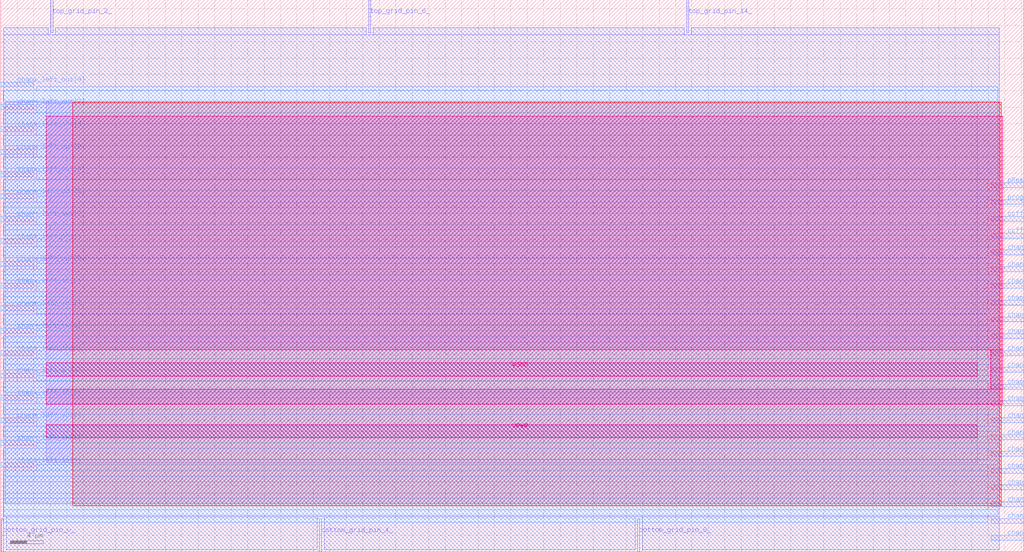
<source format=lef>
VERSION 5.7 ;
  NAMESCASESENSITIVE ON ;
  NOWIREEXTENSIONATPIN ON ;
  DIVIDERCHAR "/" ;
  BUSBITCHARS "[]" ;
UNITS
  DATABASE MICRONS 200 ;
END UNITS

MACRO cbx_1__1_
  CLASS BLOCK ;
  FOREIGN cbx_1__1_ ;
  ORIGIN 0.000 0.000 ;
  SIZE 124.340 BY 67.080 ;
  PIN chanx_left_in[0]
    DIRECTION INPUT ;
    PORT
      LAYER met3 ;
        RECT 0.000 10.240 4.000 10.840 ;
    END
  END chanx_left_in[0]
  PIN chanx_left_in[1]
    DIRECTION INPUT ;
    PORT
      LAYER met3 ;
        RECT 0.000 12.960 4.000 13.560 ;
    END
  END chanx_left_in[1]
  PIN chanx_left_in[2]
    DIRECTION INPUT ;
    PORT
      LAYER met3 ;
        RECT 0.000 15.680 4.000 16.280 ;
    END
  END chanx_left_in[2]
  PIN chanx_left_in[3]
    DIRECTION INPUT ;
    PORT
      LAYER met3 ;
        RECT 0.000 18.400 4.000 19.000 ;
    END
  END chanx_left_in[3]
  PIN chanx_left_in[4]
    DIRECTION INPUT ;
    PORT
      LAYER met3 ;
        RECT 0.000 21.120 4.000 21.720 ;
    END
  END chanx_left_in[4]
  PIN chanx_left_in[5]
    DIRECTION INPUT ;
    PORT
      LAYER met3 ;
        RECT 0.000 23.840 4.000 24.440 ;
    END
  END chanx_left_in[5]
  PIN chanx_left_in[6]
    DIRECTION INPUT ;
    PORT
      LAYER met3 ;
        RECT 0.000 26.560 4.000 27.160 ;
    END
  END chanx_left_in[6]
  PIN chanx_left_in[7]
    DIRECTION INPUT ;
    PORT
      LAYER met3 ;
        RECT 0.000 29.280 4.000 29.880 ;
    END
  END chanx_left_in[7]
  PIN chanx_left_in[8]
    DIRECTION INPUT ;
    PORT
      LAYER met3 ;
        RECT 0.000 32.000 4.000 32.600 ;
    END
  END chanx_left_in[8]
  PIN chanx_left_out[0]
    DIRECTION OUTPUT TRISTATE ;
    PORT
      LAYER met3 ;
        RECT 0.000 34.720 4.000 35.320 ;
    END
  END chanx_left_out[0]
  PIN chanx_left_out[1]
    DIRECTION OUTPUT TRISTATE ;
    PORT
      LAYER met3 ;
        RECT 0.000 37.440 4.000 38.040 ;
    END
  END chanx_left_out[1]
  PIN chanx_left_out[2]
    DIRECTION OUTPUT TRISTATE ;
    PORT
      LAYER met3 ;
        RECT 0.000 40.160 4.000 40.760 ;
    END
  END chanx_left_out[2]
  PIN chanx_left_out[3]
    DIRECTION OUTPUT TRISTATE ;
    PORT
      LAYER met3 ;
        RECT 0.000 42.880 4.000 43.480 ;
    END
  END chanx_left_out[3]
  PIN chanx_left_out[4]
    DIRECTION OUTPUT TRISTATE ;
    PORT
      LAYER met3 ;
        RECT 0.000 45.600 4.000 46.200 ;
    END
  END chanx_left_out[4]
  PIN chanx_left_out[5]
    DIRECTION OUTPUT TRISTATE ;
    PORT
      LAYER met3 ;
        RECT 0.000 48.320 4.000 48.920 ;
    END
  END chanx_left_out[5]
  PIN chanx_left_out[6]
    DIRECTION OUTPUT TRISTATE ;
    PORT
      LAYER met3 ;
        RECT 0.000 51.040 4.000 51.640 ;
    END
  END chanx_left_out[6]
  PIN chanx_left_out[7]
    DIRECTION OUTPUT TRISTATE ;
    PORT
      LAYER met3 ;
        RECT 0.000 53.760 4.000 54.360 ;
    END
  END chanx_left_out[7]
  PIN chanx_left_out[8]
    DIRECTION OUTPUT TRISTATE ;
    PORT
      LAYER met3 ;
        RECT 0.000 56.480 4.000 57.080 ;
    END
  END chanx_left_out[8]
  PIN top_grid_pin_2_
    DIRECTION OUTPUT TRISTATE ;
    PORT
      LAYER met2 ;
        RECT 6.070 63.080 6.350 67.080 ;
    END
  END top_grid_pin_2_
  PIN top_grid_pin_6_
    DIRECTION OUTPUT TRISTATE ;
    PORT
      LAYER met2 ;
        RECT 44.710 63.080 44.990 67.080 ;
    END
  END top_grid_pin_6_
  PIN top_grid_pin_14_
    DIRECTION OUTPUT TRISTATE ;
    PORT
      LAYER met2 ;
        RECT 83.350 63.080 83.630 67.080 ;
    END
  END top_grid_pin_14_
  PIN chanx_right_in[0]
    DIRECTION INPUT ;
    PORT
      LAYER met3 ;
        RECT 120.340 1.400 124.340 2.000 ;
    END
  END chanx_right_in[0]
  PIN chanx_right_in[1]
    DIRECTION INPUT ;
    PORT
      LAYER met3 ;
        RECT 120.340 3.440 124.340 4.040 ;
    END
  END chanx_right_in[1]
  PIN chanx_right_in[2]
    DIRECTION INPUT ;
    PORT
      LAYER met3 ;
        RECT 120.340 5.480 124.340 6.080 ;
    END
  END chanx_right_in[2]
  PIN chanx_right_in[3]
    DIRECTION INPUT ;
    PORT
      LAYER met3 ;
        RECT 120.340 7.520 124.340 8.120 ;
    END
  END chanx_right_in[3]
  PIN chanx_right_in[4]
    DIRECTION INPUT ;
    PORT
      LAYER met3 ;
        RECT 120.340 9.560 124.340 10.160 ;
    END
  END chanx_right_in[4]
  PIN chanx_right_in[5]
    DIRECTION INPUT ;
    PORT
      LAYER met3 ;
        RECT 120.340 11.600 124.340 12.200 ;
    END
  END chanx_right_in[5]
  PIN chanx_right_in[6]
    DIRECTION INPUT ;
    PORT
      LAYER met3 ;
        RECT 120.340 13.640 124.340 14.240 ;
    END
  END chanx_right_in[6]
  PIN chanx_right_in[7]
    DIRECTION INPUT ;
    PORT
      LAYER met3 ;
        RECT 120.340 15.680 124.340 16.280 ;
    END
  END chanx_right_in[7]
  PIN chanx_right_in[8]
    DIRECTION INPUT ;
    PORT
      LAYER met3 ;
        RECT 120.340 17.720 124.340 18.320 ;
    END
  END chanx_right_in[8]
  PIN chanx_right_out[0]
    DIRECTION OUTPUT TRISTATE ;
    PORT
      LAYER met3 ;
        RECT 120.340 19.760 124.340 20.360 ;
    END
  END chanx_right_out[0]
  PIN chanx_right_out[1]
    DIRECTION OUTPUT TRISTATE ;
    PORT
      LAYER met3 ;
        RECT 120.340 21.800 124.340 22.400 ;
    END
  END chanx_right_out[1]
  PIN chanx_right_out[2]
    DIRECTION OUTPUT TRISTATE ;
    PORT
      LAYER met3 ;
        RECT 120.340 23.840 124.340 24.440 ;
    END
  END chanx_right_out[2]
  PIN chanx_right_out[3]
    DIRECTION OUTPUT TRISTATE ;
    PORT
      LAYER met3 ;
        RECT 120.340 25.880 124.340 26.480 ;
    END
  END chanx_right_out[3]
  PIN chanx_right_out[4]
    DIRECTION OUTPUT TRISTATE ;
    PORT
      LAYER met3 ;
        RECT 120.340 27.920 124.340 28.520 ;
    END
  END chanx_right_out[4]
  PIN chanx_right_out[5]
    DIRECTION OUTPUT TRISTATE ;
    PORT
      LAYER met3 ;
        RECT 120.340 29.960 124.340 30.560 ;
    END
  END chanx_right_out[5]
  PIN chanx_right_out[6]
    DIRECTION OUTPUT TRISTATE ;
    PORT
      LAYER met3 ;
        RECT 120.340 32.000 124.340 32.600 ;
    END
  END chanx_right_out[6]
  PIN chanx_right_out[7]
    DIRECTION OUTPUT TRISTATE ;
    PORT
      LAYER met3 ;
        RECT 120.340 34.040 124.340 34.640 ;
    END
  END chanx_right_out[7]
  PIN chanx_right_out[8]
    DIRECTION OUTPUT TRISTATE ;
    PORT
      LAYER met3 ;
        RECT 120.340 36.080 124.340 36.680 ;
    END
  END chanx_right_out[8]
  PIN ccff_head
    DIRECTION INPUT ;
    PORT
      LAYER met3 ;
        RECT 120.340 38.120 124.340 38.720 ;
    END
  END ccff_head
  PIN ccff_tail
    DIRECTION OUTPUT TRISTATE ;
    PORT
      LAYER met3 ;
        RECT 120.340 40.160 124.340 40.760 ;
    END
  END ccff_tail
  PIN prog_clk
    DIRECTION INPUT ;
    PORT
      LAYER met3 ;
        RECT 120.340 42.200 124.340 42.800 ;
    END
  END prog_clk
  PIN pReset
    DIRECTION INPUT ;
    PORT
      LAYER met3 ;
        RECT 120.340 44.240 124.340 44.840 ;
    END
  END pReset
  PIN bottom_grid_pin_0_
    DIRECTION OUTPUT TRISTATE ;
    PORT
      LAYER met2 ;
        RECT 0.090 0.000 0.370 4.000 ;
    END
  END bottom_grid_pin_0_
  PIN bottom_grid_pin_4_
    DIRECTION OUTPUT TRISTATE ;
    PORT
      LAYER met2 ;
        RECT 38.730 0.000 39.010 4.000 ;
    END
  END bottom_grid_pin_4_
  PIN bottom_grid_pin_8_
    DIRECTION OUTPUT TRISTATE ;
    PORT
      LAYER met2 ;
        RECT 77.370 0.000 77.650 4.000 ;
    END
  END bottom_grid_pin_8_
  PIN VPWR
    DIRECTION INPUT ;
    USE POWER ;
    PORT
      LAYER met5 ;
        RECT 5.520 13.840 118.680 15.440 ;
    END
  END VPWR
  PIN VGND
    DIRECTION INPUT ;
    USE GROUND ;
    PORT
      LAYER met5 ;
        RECT 5.520 21.340 118.680 22.940 ;
    END
  END VGND
  OBS
      LAYER li1 ;
        RECT 5.520 10.795 118.680 54.485 ;
      LAYER met1 ;
        RECT 0.530 5.820 121.370 54.640 ;
      LAYER met2 ;
        RECT 0.370 62.800 5.790 63.650 ;
        RECT 6.630 62.800 44.430 63.650 ;
        RECT 45.270 62.800 83.070 63.650 ;
        RECT 83.910 62.800 121.350 63.650 ;
        RECT 0.370 4.280 121.350 62.800 ;
        RECT 0.650 0.270 38.450 4.280 ;
        RECT 39.290 0.270 77.090 4.280 ;
        RECT 77.930 0.270 121.350 4.280 ;
      LAYER met3 ;
        RECT 4.400 56.080 121.170 56.480 ;
        RECT 0.310 54.760 121.170 56.080 ;
        RECT 4.400 53.360 121.170 54.760 ;
        RECT 0.310 52.040 121.170 53.360 ;
        RECT 4.400 50.640 121.170 52.040 ;
        RECT 0.310 49.320 121.170 50.640 ;
        RECT 4.400 47.920 121.170 49.320 ;
        RECT 0.310 46.600 121.170 47.920 ;
        RECT 4.400 45.240 121.170 46.600 ;
        RECT 4.400 45.200 119.940 45.240 ;
        RECT 0.310 43.880 119.940 45.200 ;
        RECT 4.400 43.840 119.940 43.880 ;
        RECT 4.400 43.200 121.170 43.840 ;
        RECT 4.400 42.480 119.940 43.200 ;
        RECT 0.310 41.800 119.940 42.480 ;
        RECT 0.310 41.160 121.170 41.800 ;
        RECT 4.400 39.760 119.940 41.160 ;
        RECT 0.310 39.120 121.170 39.760 ;
        RECT 0.310 38.440 119.940 39.120 ;
        RECT 4.400 37.720 119.940 38.440 ;
        RECT 4.400 37.080 121.170 37.720 ;
        RECT 4.400 37.040 119.940 37.080 ;
        RECT 0.310 35.720 119.940 37.040 ;
        RECT 4.400 35.680 119.940 35.720 ;
        RECT 4.400 35.040 121.170 35.680 ;
        RECT 4.400 34.320 119.940 35.040 ;
        RECT 0.310 33.640 119.940 34.320 ;
        RECT 0.310 33.000 121.170 33.640 ;
        RECT 4.400 31.600 119.940 33.000 ;
        RECT 0.310 30.960 121.170 31.600 ;
        RECT 0.310 30.280 119.940 30.960 ;
        RECT 4.400 29.560 119.940 30.280 ;
        RECT 4.400 28.920 121.170 29.560 ;
        RECT 4.400 28.880 119.940 28.920 ;
        RECT 0.310 27.560 119.940 28.880 ;
        RECT 4.400 27.520 119.940 27.560 ;
        RECT 4.400 26.880 121.170 27.520 ;
        RECT 4.400 26.160 119.940 26.880 ;
        RECT 0.310 25.480 119.940 26.160 ;
        RECT 0.310 24.840 121.170 25.480 ;
        RECT 4.400 23.440 119.940 24.840 ;
        RECT 0.310 22.800 121.170 23.440 ;
        RECT 0.310 22.120 119.940 22.800 ;
        RECT 4.400 21.400 119.940 22.120 ;
        RECT 4.400 20.760 121.170 21.400 ;
        RECT 4.400 20.720 119.940 20.760 ;
        RECT 0.310 19.400 119.940 20.720 ;
        RECT 4.400 19.360 119.940 19.400 ;
        RECT 4.400 18.720 121.170 19.360 ;
        RECT 4.400 18.000 119.940 18.720 ;
        RECT 0.310 17.320 119.940 18.000 ;
        RECT 0.310 16.680 121.170 17.320 ;
        RECT 4.400 15.280 119.940 16.680 ;
        RECT 0.310 14.640 121.170 15.280 ;
        RECT 0.310 13.960 119.940 14.640 ;
        RECT 4.400 13.240 119.940 13.960 ;
        RECT 4.400 12.600 121.170 13.240 ;
        RECT 4.400 12.560 119.940 12.600 ;
        RECT 0.310 11.240 119.940 12.560 ;
        RECT 4.400 11.200 119.940 11.240 ;
        RECT 4.400 10.560 121.170 11.200 ;
        RECT 4.400 9.840 119.940 10.560 ;
        RECT 0.310 9.160 119.940 9.840 ;
        RECT 0.310 8.520 121.170 9.160 ;
        RECT 0.310 7.120 119.940 8.520 ;
        RECT 0.310 6.480 121.170 7.120 ;
        RECT 0.310 5.080 119.940 6.480 ;
        RECT 0.310 4.440 121.170 5.080 ;
        RECT 0.310 3.590 119.940 4.440 ;
      LAYER met4 ;
        RECT 8.720 5.615 121.570 54.640 ;
      LAYER met5 ;
        RECT 5.520 24.540 121.780 52.940 ;
        RECT 120.280 19.740 121.780 24.540 ;
        RECT 5.520 17.900 121.780 19.740 ;
  END
END cbx_1__1_
END LIBRARY


</source>
